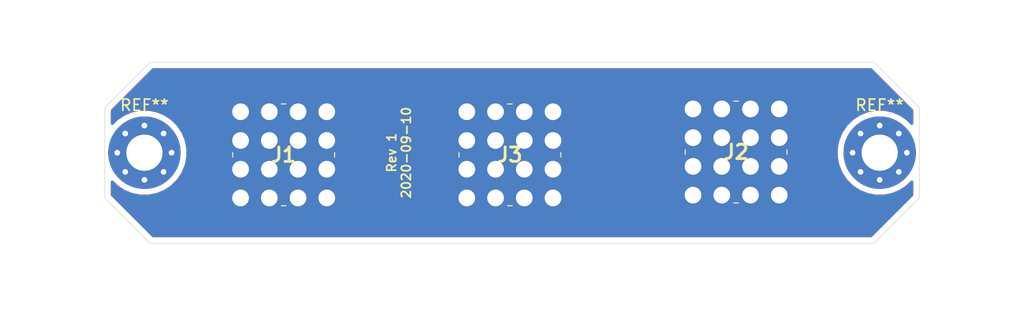
<source format=kicad_pcb>
(kicad_pcb (version 20171130) (host pcbnew "(5.1.6)-1")

  (general
    (thickness 1.6)
    (drawings 9)
    (tracks 0)
    (zones 0)
    (modules 5)
    (nets 2)
  )

  (page A4)
  (layers
    (0 F.Cu signal)
    (31 B.Cu signal)
    (32 B.Adhes user)
    (33 F.Adhes user)
    (34 B.Paste user)
    (35 F.Paste user)
    (36 B.SilkS user)
    (37 F.SilkS user)
    (38 B.Mask user)
    (39 F.Mask user)
    (40 Dwgs.User user)
    (41 Cmts.User user)
    (42 Eco1.User user)
    (43 Eco2.User user)
    (44 Edge.Cuts user)
    (45 Margin user)
    (46 B.CrtYd user)
    (47 F.CrtYd user)
    (48 B.Fab user)
    (49 F.Fab user)
  )

  (setup
    (last_trace_width 0.25)
    (user_trace_width 3)
    (trace_clearance 0.2)
    (zone_clearance 0.508)
    (zone_45_only no)
    (trace_min 0.2)
    (via_size 0.8)
    (via_drill 0.4)
    (via_min_size 0.4)
    (via_min_drill 0.3)
    (uvia_size 0.3)
    (uvia_drill 0.1)
    (uvias_allowed no)
    (uvia_min_size 0.2)
    (uvia_min_drill 0.1)
    (edge_width 0.05)
    (segment_width 0.2)
    (pcb_text_width 0.3)
    (pcb_text_size 1.5 1.5)
    (mod_edge_width 0.12)
    (mod_text_size 1 1)
    (mod_text_width 0.15)
    (pad_size 1.524 1.524)
    (pad_drill 0.762)
    (pad_to_mask_clearance 0.051)
    (solder_mask_min_width 0.25)
    (aux_axis_origin 0 0)
    (visible_elements 7FFFFFFF)
    (pcbplotparams
      (layerselection 0x010fc_ffffffff)
      (usegerberextensions false)
      (usegerberattributes false)
      (usegerberadvancedattributes false)
      (creategerberjobfile false)
      (excludeedgelayer true)
      (linewidth 0.100000)
      (plotframeref false)
      (viasonmask false)
      (mode 1)
      (useauxorigin false)
      (hpglpennumber 1)
      (hpglpenspeed 20)
      (hpglpendiameter 15.000000)
      (psnegative false)
      (psa4output false)
      (plotreference false)
      (plotvalue false)
      (plotinvisibletext false)
      (padsonsilk false)
      (subtractmaskfromsilk false)
      (outputformat 1)
      (mirror false)
      (drillshape 0)
      (scaleselection 1)
      (outputdirectory "../Gerber/"))
  )

  (net 0 "")
  (net 1 power)

  (net_class Default "This is the default net class."
    (clearance 0.2)
    (trace_width 0.25)
    (via_dia 0.8)
    (via_drill 0.4)
    (uvia_dia 0.3)
    (uvia_drill 0.1)
    (add_net power)
  )

  (module MountingHole:MountingHole_3.2mm_M3_Pad_Via (layer F.Cu) (tedit 56DDBCCA) (tstamp 5F59E209)
    (at 156.5 96)
    (descr "Mounting Hole 3.2mm, M3")
    (tags "mounting hole 3.2mm m3")
    (attr virtual)
    (fp_text reference REF** (at 0 -4.2) (layer F.SilkS)
      (effects (font (size 1 1) (thickness 0.15)))
    )
    (fp_text value MountingHole_3.2mm_M3_Pad_Via (at 0 4.2) (layer F.Fab)
      (effects (font (size 1 1) (thickness 0.15)))
    )
    (fp_text user %R (at 0.3 0) (layer F.Fab)
      (effects (font (size 1 1) (thickness 0.15)))
    )
    (fp_circle (center 0 0) (end 3.2 0) (layer Cmts.User) (width 0.15))
    (fp_circle (center 0 0) (end 3.45 0) (layer F.CrtYd) (width 0.05))
    (pad 1 thru_hole circle (at 1.697056 -1.697056) (size 0.8 0.8) (drill 0.5) (layers *.Cu *.Mask))
    (pad 1 thru_hole circle (at 0 -2.4) (size 0.8 0.8) (drill 0.5) (layers *.Cu *.Mask))
    (pad 1 thru_hole circle (at -1.697056 -1.697056) (size 0.8 0.8) (drill 0.5) (layers *.Cu *.Mask))
    (pad 1 thru_hole circle (at -2.4 0) (size 0.8 0.8) (drill 0.5) (layers *.Cu *.Mask))
    (pad 1 thru_hole circle (at -1.697056 1.697056) (size 0.8 0.8) (drill 0.5) (layers *.Cu *.Mask))
    (pad 1 thru_hole circle (at 0 2.4) (size 0.8 0.8) (drill 0.5) (layers *.Cu *.Mask))
    (pad 1 thru_hole circle (at 1.697056 1.697056) (size 0.8 0.8) (drill 0.5) (layers *.Cu *.Mask))
    (pad 1 thru_hole circle (at 2.4 0) (size 0.8 0.8) (drill 0.5) (layers *.Cu *.Mask))
    (pad 1 thru_hole circle (at 0 0) (size 6.4 6.4) (drill 3.2) (layers *.Cu *.Mask))
  )

  (module MountingHole:MountingHole_3.2mm_M3_Pad_Via (layer F.Cu) (tedit 56DDBCCA) (tstamp 5F59E1CC)
    (at 91.5 96)
    (descr "Mounting Hole 3.2mm, M3")
    (tags "mounting hole 3.2mm m3")
    (attr virtual)
    (fp_text reference REF** (at 0 -4.2) (layer F.SilkS)
      (effects (font (size 1 1) (thickness 0.15)))
    )
    (fp_text value MountingHole_3.2mm_M3_Pad_Via (at 0 4.2) (layer F.Fab)
      (effects (font (size 1 1) (thickness 0.15)))
    )
    (fp_text user %R (at 0.3 0) (layer F.Fab)
      (effects (font (size 1 1) (thickness 0.15)))
    )
    (fp_circle (center 0 0) (end 3.2 0) (layer Cmts.User) (width 0.15))
    (fp_circle (center 0 0) (end 3.45 0) (layer F.CrtYd) (width 0.05))
    (pad 1 thru_hole circle (at 1.697056 -1.697056) (size 0.8 0.8) (drill 0.5) (layers *.Cu *.Mask))
    (pad 1 thru_hole circle (at 0 -2.4) (size 0.8 0.8) (drill 0.5) (layers *.Cu *.Mask))
    (pad 1 thru_hole circle (at -1.697056 -1.697056) (size 0.8 0.8) (drill 0.5) (layers *.Cu *.Mask))
    (pad 1 thru_hole circle (at -2.4 0) (size 0.8 0.8) (drill 0.5) (layers *.Cu *.Mask))
    (pad 1 thru_hole circle (at -1.697056 1.697056) (size 0.8 0.8) (drill 0.5) (layers *.Cu *.Mask))
    (pad 1 thru_hole circle (at 0 2.4) (size 0.8 0.8) (drill 0.5) (layers *.Cu *.Mask))
    (pad 1 thru_hole circle (at 1.697056 1.697056) (size 0.8 0.8) (drill 0.5) (layers *.Cu *.Mask))
    (pad 1 thru_hole circle (at 2.4 0) (size 0.8 0.8) (drill 0.5) (layers *.Cu *.Mask))
    (pad 1 thru_hole circle (at 0 0) (size 6.4 6.4) (drill 3.2) (layers *.Cu *.Mask))
  )

  (module private:M5_7461383 (layer F.Cu) (tedit 5F033250) (tstamp 5F5A24C5)
    (at 140 99.75)
    (descr "WE 7461383-3")
    (tags "Integrated Circuit")
    (path /5F59D032)
    (fp_text reference J2 (at 3.81 -3.81) (layer F.SilkS)
      (effects (font (size 1.27 1.27) (thickness 0.254)))
    )
    (fp_text value M5 (at 3.81 -3.81) (layer F.SilkS) hide
      (effects (font (size 1.27 1.27) (thickness 0.254)))
    )
    (fp_line (start -0.69 -8.31) (end 8.31 -8.31) (layer F.Fab) (width 0.2))
    (fp_line (start 8.31 -8.31) (end 8.31 0.69) (layer F.Fab) (width 0.2))
    (fp_line (start 8.31 0.69) (end -0.69 0.69) (layer F.Fab) (width 0.2))
    (fp_line (start -0.69 0.69) (end -0.69 -8.31) (layer F.Fab) (width 0.2))
    (fp_line (start -2.144 -9.764) (end 9.764 -9.764) (layer F.CrtYd) (width 0.1))
    (fp_line (start 9.764 -9.764) (end 9.764 2.144) (layer F.CrtYd) (width 0.1))
    (fp_line (start 9.764 2.144) (end -2.144 2.144) (layer F.CrtYd) (width 0.1))
    (fp_line (start -2.144 2.144) (end -2.144 -9.764) (layer F.CrtYd) (width 0.1))
    (fp_line (start -0.69 -4.01) (end -0.69 -3.61) (layer F.SilkS) (width 0.1))
    (fp_line (start 3.61 0.69) (end 4.01 0.69) (layer F.SilkS) (width 0.1))
    (fp_line (start 8.31 -4.01) (end 8.31 -3.61) (layer F.SilkS) (width 0.1))
    (fp_line (start 3.61 -8.31) (end 4.01 -8.31) (layer F.SilkS) (width 0.1))
    (fp_text user %R (at 3.81 -3.81) (layer F.Fab)
      (effects (font (size 1.27 1.27) (thickness 0.254)))
    )
    (pad 1 thru_hole circle (at 0 0) (size 2.2 2.2) (drill 1.475) (layers *.Cu *.Mask)
      (net 1 power))
    (pad 1 thru_hole circle (at 2.54 0) (size 2.2 2.2) (drill 1.475) (layers *.Cu *.Mask)
      (net 1 power))
    (pad 1 thru_hole circle (at 5.08 0) (size 2.2 2.2) (drill 1.475) (layers *.Cu *.Mask)
      (net 1 power))
    (pad 1 thru_hole circle (at 7.62 0) (size 2.2 2.2) (drill 1.475) (layers *.Cu *.Mask)
      (net 1 power))
    (pad 1 thru_hole circle (at 0 -2.54) (size 2.2 2.2) (drill 1.475) (layers *.Cu *.Mask)
      (net 1 power))
    (pad 1 thru_hole circle (at 2.54 -2.54) (size 2.2 2.2) (drill 1.475) (layers *.Cu *.Mask)
      (net 1 power))
    (pad 1 thru_hole circle (at 5.08 -2.54) (size 2.2 2.2) (drill 1.475) (layers *.Cu *.Mask)
      (net 1 power))
    (pad 1 thru_hole circle (at 7.62 -2.54) (size 2.2 2.2) (drill 1.475) (layers *.Cu *.Mask)
      (net 1 power))
    (pad 1 thru_hole circle (at 0 -5.08) (size 2.2 2.2) (drill 1.475) (layers *.Cu *.Mask)
      (net 1 power))
    (pad 1 thru_hole circle (at 2.54 -5.08) (size 2.2 2.2) (drill 1.475) (layers *.Cu *.Mask)
      (net 1 power))
    (pad 1 thru_hole circle (at 5.08 -5.08) (size 2.2 2.2) (drill 1.475) (layers *.Cu *.Mask)
      (net 1 power))
    (pad 1 thru_hole circle (at 7.62 -5.08) (size 2.2 2.2) (drill 1.475) (layers *.Cu *.Mask)
      (net 1 power))
    (pad 1 thru_hole circle (at 0 -7.62) (size 2.2 2.2) (drill 1.475) (layers *.Cu *.Mask)
      (net 1 power))
    (pad 1 thru_hole circle (at 2.54 -7.62 90) (size 2.2 2.2) (drill 1.475) (layers *.Cu *.Mask)
      (net 1 power))
    (pad 1 thru_hole circle (at 5.08 -7.62) (size 2.2 2.2) (drill 1.475) (layers *.Cu *.Mask)
      (net 1 power))
    (pad 1 thru_hole circle (at 7.62 -7.62 90) (size 2.2 2.2) (drill 1.475) (layers *.Cu *.Mask)
      (net 1 power))
    (model ${PRIVATE_LIB}/packages3d/connectors.3dshapes/M5_7461383_rev1.stp
      (offset (xyz 4 4 0))
      (scale (xyz 1 1 1))
      (rotate (xyz 0 0 0))
    )
  )

  (module private:M5_7461383 (layer F.Cu) (tedit 5F033250) (tstamp 5F59CF11)
    (at 100 100)
    (descr "WE 7461383-3")
    (tags "Integrated Circuit")
    (path /5F59D5B5)
    (fp_text reference J1 (at 3.81 -3.81) (layer F.SilkS)
      (effects (font (size 1.27 1.27) (thickness 0.254)))
    )
    (fp_text value M5 (at 3.81 -3.81) (layer F.SilkS) hide
      (effects (font (size 1.27 1.27) (thickness 0.254)))
    )
    (fp_text user %R (at 3.81 -3.81) (layer F.Fab)
      (effects (font (size 1.27 1.27) (thickness 0.254)))
    )
    (fp_line (start -0.69 -8.31) (end 8.31 -8.31) (layer F.Fab) (width 0.2))
    (fp_line (start 8.31 -8.31) (end 8.31 0.69) (layer F.Fab) (width 0.2))
    (fp_line (start 8.31 0.69) (end -0.69 0.69) (layer F.Fab) (width 0.2))
    (fp_line (start -0.69 0.69) (end -0.69 -8.31) (layer F.Fab) (width 0.2))
    (fp_line (start -2.144 -9.764) (end 9.764 -9.764) (layer F.CrtYd) (width 0.1))
    (fp_line (start 9.764 -9.764) (end 9.764 2.144) (layer F.CrtYd) (width 0.1))
    (fp_line (start 9.764 2.144) (end -2.144 2.144) (layer F.CrtYd) (width 0.1))
    (fp_line (start -2.144 2.144) (end -2.144 -9.764) (layer F.CrtYd) (width 0.1))
    (fp_line (start -0.69 -4.01) (end -0.69 -3.61) (layer F.SilkS) (width 0.1))
    (fp_line (start 3.61 0.69) (end 4.01 0.69) (layer F.SilkS) (width 0.1))
    (fp_line (start 8.31 -4.01) (end 8.31 -3.61) (layer F.SilkS) (width 0.1))
    (fp_line (start 3.61 -8.31) (end 4.01 -8.31) (layer F.SilkS) (width 0.1))
    (pad 1 thru_hole circle (at 7.62 -7.62 90) (size 2.2 2.2) (drill 1.475) (layers *.Cu *.Mask)
      (net 1 power))
    (pad 1 thru_hole circle (at 5.08 -7.62) (size 2.2 2.2) (drill 1.475) (layers *.Cu *.Mask)
      (net 1 power))
    (pad 1 thru_hole circle (at 2.54 -7.62 90) (size 2.2 2.2) (drill 1.475) (layers *.Cu *.Mask)
      (net 1 power))
    (pad 1 thru_hole circle (at 0 -7.62) (size 2.2 2.2) (drill 1.475) (layers *.Cu *.Mask)
      (net 1 power))
    (pad 1 thru_hole circle (at 7.62 -5.08) (size 2.2 2.2) (drill 1.475) (layers *.Cu *.Mask)
      (net 1 power))
    (pad 1 thru_hole circle (at 5.08 -5.08) (size 2.2 2.2) (drill 1.475) (layers *.Cu *.Mask)
      (net 1 power))
    (pad 1 thru_hole circle (at 2.54 -5.08) (size 2.2 2.2) (drill 1.475) (layers *.Cu *.Mask)
      (net 1 power))
    (pad 1 thru_hole circle (at 0 -5.08) (size 2.2 2.2) (drill 1.475) (layers *.Cu *.Mask)
      (net 1 power))
    (pad 1 thru_hole circle (at 7.62 -2.54) (size 2.2 2.2) (drill 1.475) (layers *.Cu *.Mask)
      (net 1 power))
    (pad 1 thru_hole circle (at 5.08 -2.54) (size 2.2 2.2) (drill 1.475) (layers *.Cu *.Mask)
      (net 1 power))
    (pad 1 thru_hole circle (at 2.54 -2.54) (size 2.2 2.2) (drill 1.475) (layers *.Cu *.Mask)
      (net 1 power))
    (pad 1 thru_hole circle (at 0 -2.54) (size 2.2 2.2) (drill 1.475) (layers *.Cu *.Mask)
      (net 1 power))
    (pad 1 thru_hole circle (at 7.62 0) (size 2.2 2.2) (drill 1.475) (layers *.Cu *.Mask)
      (net 1 power))
    (pad 1 thru_hole circle (at 5.08 0) (size 2.2 2.2) (drill 1.475) (layers *.Cu *.Mask)
      (net 1 power))
    (pad 1 thru_hole circle (at 2.54 0) (size 2.2 2.2) (drill 1.475) (layers *.Cu *.Mask)
      (net 1 power))
    (pad 1 thru_hole circle (at 0 0) (size 2.2 2.2) (drill 1.475) (layers *.Cu *.Mask)
      (net 1 power))
    (model ${PRIVATE_LIB}/packages3d/connectors.3dshapes/M5_7461383_rev1.stp
      (offset (xyz 4 4 0))
      (scale (xyz 1 1 1))
      (rotate (xyz 0 0 0))
    )
  )

  (module private:M5_7461383 (layer F.Cu) (tedit 5F033250) (tstamp 5F59CF32)
    (at 120 100)
    (descr "WE 7461383-3")
    (tags "Integrated Circuit")
    (path /5F59D48D)
    (fp_text reference J3 (at 3.81 -3.81) (layer F.SilkS)
      (effects (font (size 1.27 1.27) (thickness 0.254)))
    )
    (fp_text value M5 (at 3.81 -3.81) (layer F.SilkS) hide
      (effects (font (size 1.27 1.27) (thickness 0.254)))
    )
    (fp_line (start 3.61 -8.31) (end 4.01 -8.31) (layer F.SilkS) (width 0.1))
    (fp_line (start 8.31 -4.01) (end 8.31 -3.61) (layer F.SilkS) (width 0.1))
    (fp_line (start 3.61 0.69) (end 4.01 0.69) (layer F.SilkS) (width 0.1))
    (fp_line (start -0.69 -4.01) (end -0.69 -3.61) (layer F.SilkS) (width 0.1))
    (fp_line (start -2.144 2.144) (end -2.144 -9.764) (layer F.CrtYd) (width 0.1))
    (fp_line (start 9.764 2.144) (end -2.144 2.144) (layer F.CrtYd) (width 0.1))
    (fp_line (start 9.764 -9.764) (end 9.764 2.144) (layer F.CrtYd) (width 0.1))
    (fp_line (start -2.144 -9.764) (end 9.764 -9.764) (layer F.CrtYd) (width 0.1))
    (fp_line (start -0.69 0.69) (end -0.69 -8.31) (layer F.Fab) (width 0.2))
    (fp_line (start 8.31 0.69) (end -0.69 0.69) (layer F.Fab) (width 0.2))
    (fp_line (start 8.31 -8.31) (end 8.31 0.69) (layer F.Fab) (width 0.2))
    (fp_line (start -0.69 -8.31) (end 8.31 -8.31) (layer F.Fab) (width 0.2))
    (fp_text user %R (at 3.81 -3.81) (layer F.Fab)
      (effects (font (size 1.27 1.27) (thickness 0.254)))
    )
    (pad 1 thru_hole circle (at 0 0) (size 2.2 2.2) (drill 1.475) (layers *.Cu *.Mask)
      (net 1 power))
    (pad 1 thru_hole circle (at 2.54 0) (size 2.2 2.2) (drill 1.475) (layers *.Cu *.Mask)
      (net 1 power))
    (pad 1 thru_hole circle (at 5.08 0) (size 2.2 2.2) (drill 1.475) (layers *.Cu *.Mask)
      (net 1 power))
    (pad 1 thru_hole circle (at 7.62 0) (size 2.2 2.2) (drill 1.475) (layers *.Cu *.Mask)
      (net 1 power))
    (pad 1 thru_hole circle (at 0 -2.54) (size 2.2 2.2) (drill 1.475) (layers *.Cu *.Mask)
      (net 1 power))
    (pad 1 thru_hole circle (at 2.54 -2.54) (size 2.2 2.2) (drill 1.475) (layers *.Cu *.Mask)
      (net 1 power))
    (pad 1 thru_hole circle (at 5.08 -2.54) (size 2.2 2.2) (drill 1.475) (layers *.Cu *.Mask)
      (net 1 power))
    (pad 1 thru_hole circle (at 7.62 -2.54) (size 2.2 2.2) (drill 1.475) (layers *.Cu *.Mask)
      (net 1 power))
    (pad 1 thru_hole circle (at 0 -5.08) (size 2.2 2.2) (drill 1.475) (layers *.Cu *.Mask)
      (net 1 power))
    (pad 1 thru_hole circle (at 2.54 -5.08) (size 2.2 2.2) (drill 1.475) (layers *.Cu *.Mask)
      (net 1 power))
    (pad 1 thru_hole circle (at 5.08 -5.08) (size 2.2 2.2) (drill 1.475) (layers *.Cu *.Mask)
      (net 1 power))
    (pad 1 thru_hole circle (at 7.62 -5.08) (size 2.2 2.2) (drill 1.475) (layers *.Cu *.Mask)
      (net 1 power))
    (pad 1 thru_hole circle (at 0 -7.62) (size 2.2 2.2) (drill 1.475) (layers *.Cu *.Mask)
      (net 1 power))
    (pad 1 thru_hole circle (at 2.54 -7.62 90) (size 2.2 2.2) (drill 1.475) (layers *.Cu *.Mask)
      (net 1 power))
    (pad 1 thru_hole circle (at 5.08 -7.62) (size 2.2 2.2) (drill 1.475) (layers *.Cu *.Mask)
      (net 1 power))
    (pad 1 thru_hole circle (at 7.62 -7.62 90) (size 2.2 2.2) (drill 1.475) (layers *.Cu *.Mask)
      (net 1 power))
    (model ${PRIVATE_LIB}/packages3d/connectors.3dshapes/M5_7461383_rev1.stp
      (offset (xyz 4 4 0))
      (scale (xyz 1 1 1))
      (rotate (xyz 0 0 0))
    )
  )

  (gr_line (start 88 100) (end 88 92) (layer Edge.Cuts) (width 0.05) (tstamp 5F59DDC3))
  (gr_line (start 92 104) (end 88 100) (layer Edge.Cuts) (width 0.05))
  (gr_line (start 156 104) (end 92 104) (layer Edge.Cuts) (width 0.05))
  (gr_line (start 160 100) (end 156 104) (layer Edge.Cuts) (width 0.05))
  (gr_line (start 160 92) (end 160 100) (layer Edge.Cuts) (width 0.05))
  (gr_line (start 156 88) (end 160 92) (layer Edge.Cuts) (width 0.05))
  (gr_line (start 92 88) (end 156 88) (layer Edge.Cuts) (width 0.05))
  (gr_line (start 88 92) (end 92 88) (layer Edge.Cuts) (width 0.05))
  (gr_text "Rev 1\n2020-09-10" (at 114 96 90) (layer F.SilkS)
    (effects (font (size 0.8 0.8) (thickness 0.15)))
  )

  (zone (net 1) (net_name power) (layer F.Cu) (tstamp 0) (hatch edge 0.508)
    (connect_pads yes (clearance 0.508))
    (min_thickness 0.254)
    (fill yes (arc_segments 32) (thermal_gap 0.508) (thermal_bridge_width 0.508))
    (polygon
      (pts
        (xy 166 109) (xy 85 109.5) (xy 86 82.5) (xy 166 82.5)
      )
    )
    (filled_polygon
      (pts
        (xy 159.34 92.27338) (xy 159.34 93.416491) (xy 158.94467 93.021161) (xy 158.316554 92.601467) (xy 157.618628 92.312377)
        (xy 156.877715 92.165) (xy 156.122285 92.165) (xy 155.381372 92.312377) (xy 154.683446 92.601467) (xy 154.05533 93.021161)
        (xy 153.521161 93.55533) (xy 153.101467 94.183446) (xy 152.812377 94.881372) (xy 152.665 95.622285) (xy 152.665 96.377715)
        (xy 152.812377 97.118628) (xy 153.101467 97.816554) (xy 153.521161 98.44467) (xy 154.05533 98.978839) (xy 154.683446 99.398533)
        (xy 155.381372 99.687623) (xy 156.122285 99.835) (xy 156.877715 99.835) (xy 157.618628 99.687623) (xy 158.316554 99.398533)
        (xy 158.94467 98.978839) (xy 159.340001 98.583508) (xy 159.340001 99.726619) (xy 155.72662 103.34) (xy 92.27338 103.34)
        (xy 88.66 99.72662) (xy 88.66 98.583509) (xy 89.05533 98.978839) (xy 89.683446 99.398533) (xy 90.381372 99.687623)
        (xy 91.122285 99.835) (xy 91.877715 99.835) (xy 92.618628 99.687623) (xy 93.316554 99.398533) (xy 93.94467 98.978839)
        (xy 94.478839 98.44467) (xy 94.898533 97.816554) (xy 95.187623 97.118628) (xy 95.335 96.377715) (xy 95.335 95.622285)
        (xy 95.187623 94.881372) (xy 94.898533 94.183446) (xy 94.478839 93.55533) (xy 93.94467 93.021161) (xy 93.316554 92.601467)
        (xy 92.618628 92.312377) (xy 91.877715 92.165) (xy 91.122285 92.165) (xy 90.381372 92.312377) (xy 89.683446 92.601467)
        (xy 89.05533 93.021161) (xy 88.66 93.416491) (xy 88.66 92.27338) (xy 92.27338 88.66) (xy 155.72662 88.66)
      )
    )
  )
  (zone (net 1) (net_name power) (layer B.Cu) (tstamp 5F59E336) (hatch edge 0.508)
    (connect_pads yes (clearance 0.508))
    (min_thickness 0.254)
    (fill yes (arc_segments 32) (thermal_gap 0.508) (thermal_bridge_width 0.508))
    (polygon
      (pts
        (xy 166 109.5) (xy 85 110) (xy 86 83) (xy 166 83)
      )
    )
    (filled_polygon
      (pts
        (xy 159.34 92.27338) (xy 159.34 93.416491) (xy 158.94467 93.021161) (xy 158.316554 92.601467) (xy 157.618628 92.312377)
        (xy 156.877715 92.165) (xy 156.122285 92.165) (xy 155.381372 92.312377) (xy 154.683446 92.601467) (xy 154.05533 93.021161)
        (xy 153.521161 93.55533) (xy 153.101467 94.183446) (xy 152.812377 94.881372) (xy 152.665 95.622285) (xy 152.665 96.377715)
        (xy 152.812377 97.118628) (xy 153.101467 97.816554) (xy 153.521161 98.44467) (xy 154.05533 98.978839) (xy 154.683446 99.398533)
        (xy 155.381372 99.687623) (xy 156.122285 99.835) (xy 156.877715 99.835) (xy 157.618628 99.687623) (xy 158.316554 99.398533)
        (xy 158.94467 98.978839) (xy 159.340001 98.583508) (xy 159.340001 99.726619) (xy 155.72662 103.34) (xy 92.27338 103.34)
        (xy 88.66 99.72662) (xy 88.66 98.583509) (xy 89.05533 98.978839) (xy 89.683446 99.398533) (xy 90.381372 99.687623)
        (xy 91.122285 99.835) (xy 91.877715 99.835) (xy 92.618628 99.687623) (xy 93.316554 99.398533) (xy 93.94467 98.978839)
        (xy 94.478839 98.44467) (xy 94.898533 97.816554) (xy 95.187623 97.118628) (xy 95.335 96.377715) (xy 95.335 95.622285)
        (xy 95.187623 94.881372) (xy 94.898533 94.183446) (xy 94.478839 93.55533) (xy 93.94467 93.021161) (xy 93.316554 92.601467)
        (xy 92.618628 92.312377) (xy 91.877715 92.165) (xy 91.122285 92.165) (xy 90.381372 92.312377) (xy 89.683446 92.601467)
        (xy 89.05533 93.021161) (xy 88.66 93.416491) (xy 88.66 92.27338) (xy 92.27338 88.66) (xy 155.72662 88.66)
      )
    )
  )
)

</source>
